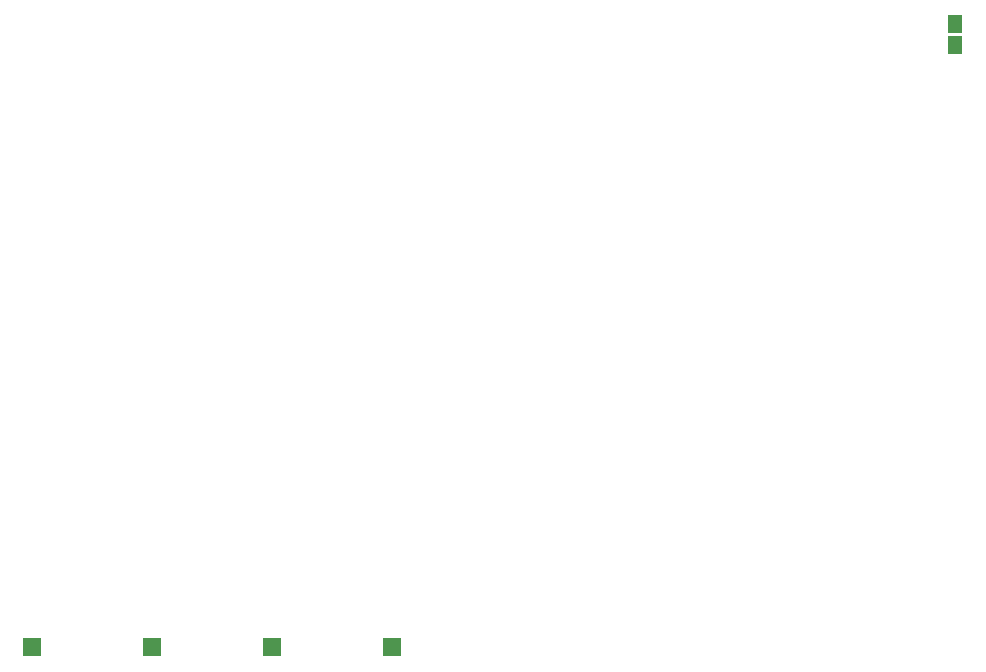
<source format=gbp>
%FSLAX25Y25*%
%MOIN*%
G70*
G01*
G75*
G04 Layer_Color=128*
G04:AMPARAMS|DCode=10|XSize=78.74mil|YSize=177.16mil|CornerRadius=0mil|HoleSize=0mil|Usage=FLASHONLY|Rotation=45.000|XOffset=0mil|YOffset=0mil|HoleType=Round|Shape=Rectangle|*
%AMROTATEDRECTD10*
4,1,4,0.03480,-0.09048,-0.09048,0.03480,-0.03480,0.09048,0.09048,-0.03480,0.03480,-0.09048,0.0*
%
%ADD10ROTATEDRECTD10*%

%ADD11R,0.05500X0.04000*%
%ADD12O,0.06000X0.11024*%
%ADD13R,0.06000X0.11024*%
G04:AMPARAMS|DCode=14|XSize=74.8mil|YSize=129.92mil|CornerRadius=0mil|HoleSize=0mil|Usage=FLASHONLY|Rotation=0.000|XOffset=0mil|YOffset=0mil|HoleType=Round|Shape=Octagon|*
%AMOCTAGOND14*
4,1,8,-0.01870,0.06496,0.01870,0.06496,0.03740,0.04626,0.03740,-0.04626,0.01870,-0.06496,-0.01870,-0.06496,-0.03740,-0.04626,-0.03740,0.04626,-0.01870,0.06496,0.0*
%
%ADD14OCTAGOND14*%

%ADD15R,0.02756X0.07087*%
%ADD16R,0.02756X0.05315*%
%ADD17R,0.04000X0.05500*%
%ADD18R,0.06000X0.06000*%
%ADD19R,0.07500X0.10000*%
%ADD20R,0.03500X0.03000*%
%ADD21R,0.06000X0.10000*%
%ADD22R,0.10000X0.06000*%
%ADD23R,0.04725X0.13779*%
%ADD24R,0.04725X0.13779*%
%ADD25R,0.06299X0.01181*%
%ADD26R,0.01181X0.06299*%
%ADD27C,0.02500*%
%ADD28C,0.05000*%
%ADD29C,0.01200*%
%ADD30C,0.01000*%
%ADD31C,0.02000*%
%ADD32C,0.03000*%
%ADD33C,0.01500*%
%ADD34C,0.06000*%
%ADD35R,0.05906X0.05906*%
%ADD36C,0.05906*%
%ADD37C,0.06500*%
%ADD38O,0.07874X0.15748*%
%ADD39O,0.15748X0.07874*%
%ADD40O,0.16535X0.07874*%
%ADD41R,0.10236X0.10236*%
%ADD42C,0.10236*%
%ADD43R,0.09449X0.09449*%
%ADD44C,0.09449*%
%ADD45R,0.05906X0.05906*%
%ADD46C,0.08000*%
%ADD47C,0.02000*%
%ADD48R,0.05000X0.06000*%
%ADD49C,0.00800*%
%ADD50C,0.01600*%
%ADD51C,0.00100*%
%ADD52C,0.01969*%
%ADD53C,0.04000*%
%ADD54C,0.00787*%
%ADD55C,0.00600*%
%ADD56R,0.05000X0.00400*%
%ADD57R,0.00400X0.05000*%
G04:AMPARAMS|DCode=58|XSize=86.74mil|YSize=185.17mil|CornerRadius=0mil|HoleSize=0mil|Usage=FLASHONLY|Rotation=45.000|XOffset=0mil|YOffset=0mil|HoleType=Round|Shape=Rectangle|*
%AMROTATEDRECTD58*
4,1,4,0.03480,-0.09613,-0.09613,0.03480,-0.03480,0.09613,0.09613,-0.03480,0.03480,-0.09613,0.0*
%
%ADD58ROTATEDRECTD58*%

%ADD59R,0.06300X0.04800*%
%ADD60O,0.06800X0.11824*%
%ADD61R,0.06800X0.11824*%
G04:AMPARAMS|DCode=62|XSize=82.8mil|YSize=137.92mil|CornerRadius=0mil|HoleSize=0mil|Usage=FLASHONLY|Rotation=0.000|XOffset=0mil|YOffset=0mil|HoleType=Round|Shape=Octagon|*
%AMOCTAGOND62*
4,1,8,-0.02070,0.06896,0.02070,0.06896,0.04140,0.04826,0.04140,-0.04826,0.02070,-0.06896,-0.02070,-0.06896,-0.04140,-0.04826,-0.04140,0.04826,-0.02070,0.06896,0.0*
%
%ADD62OCTAGOND62*%

%ADD63R,0.03556X0.07887*%
%ADD64R,0.03556X0.06115*%
%ADD65R,0.04800X0.06300*%
%ADD66R,0.06800X0.06800*%
%ADD67R,0.08300X0.10800*%
%ADD68R,0.04300X0.03800*%
%ADD69R,0.06800X0.10800*%
%ADD70R,0.10800X0.06800*%
%ADD71R,0.05525X0.14579*%
%ADD72R,0.05525X0.14579*%
%ADD73R,0.07099X0.01981*%
%ADD74R,0.01981X0.07099*%
%ADD75C,0.06800*%
%ADD76R,0.06706X0.06706*%
%ADD77C,0.06706*%
%ADD78C,0.07300*%
%ADD79O,0.08674X0.16548*%
%ADD80O,0.16548X0.08674*%
%ADD81O,0.17335X0.08674*%
%ADD82R,0.11036X0.11036*%
%ADD83C,0.11036*%
%ADD84R,0.10249X0.10249*%
%ADD85C,0.10249*%
%ADD86R,0.06706X0.06706*%
%ADD87C,0.08800*%
%ADD88R,0.05800X0.06800*%
D18*
X215000Y-296000D02*
D03*
X175000D02*
D03*
X135000D02*
D03*
X95000D02*
D03*
D48*
X402500Y-88500D02*
D03*
Y-95500D02*
D03*
M02*

</source>
